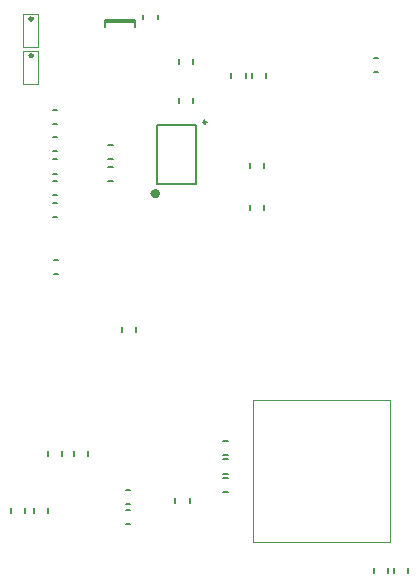
<source format=gbo>
%FSLAX25Y25*%
%MOIN*%
G70*
G01*
G75*
G04 Layer_Color=32896*
%ADD10R,0.05906X0.05118*%
%ADD11C,0.03937*%
%ADD12R,0.05118X0.05906*%
%ADD13R,0.10236X0.08661*%
%ADD14R,0.07874X0.04724*%
%ADD15R,0.12992X0.09843*%
%ADD16R,0.05118X0.06299*%
%ADD17R,0.05512X0.03543*%
%ADD18R,0.09843X0.07874*%
%ADD19R,0.09055X0.01969*%
%ADD20R,0.05512X0.16535*%
%ADD21O,0.08661X0.02362*%
%ADD22R,0.04331X0.02559*%
%ADD23O,0.00984X0.05906*%
%ADD24O,0.05906X0.00984*%
%ADD25R,0.02362X0.00984*%
%ADD26R,0.00984X0.02362*%
%ADD27R,0.02165X0.00984*%
%ADD28R,0.00984X0.02165*%
%ADD29R,0.05118X0.02165*%
%ADD30C,0.02000*%
%ADD31C,0.00800*%
%ADD32C,0.01969*%
%ADD33C,0.01200*%
%ADD34C,0.01000*%
%ADD35C,0.01181*%
%ADD36C,0.00787*%
%ADD37C,0.02362*%
G04:AMPARAMS|DCode=38|XSize=35.43mil|YSize=47.24mil|CornerRadius=0mil|HoleSize=0mil|Usage=FLASHONLY|Rotation=90.000|XOffset=0mil|YOffset=0mil|HoleType=Round|Shape=Octagon|*
%AMOCTAGOND38*
4,1,8,-0.02362,-0.00886,-0.02362,0.00886,-0.01476,0.01772,0.01476,0.01772,0.02362,0.00886,0.02362,-0.00886,0.01476,-0.01772,-0.01476,-0.01772,-0.02362,-0.00886,0.0*
%
%ADD38OCTAGOND38*%

G04:AMPARAMS|DCode=39|XSize=80mil|YSize=60mil|CornerRadius=0mil|HoleSize=0mil|Usage=FLASHONLY|Rotation=90.000|XOffset=0mil|YOffset=0mil|HoleType=Round|Shape=Octagon|*
%AMOCTAGOND39*
4,1,8,0.01500,0.04000,-0.01500,0.04000,-0.03000,0.02500,-0.03000,-0.02500,-0.01500,-0.04000,0.01500,-0.04000,0.03000,-0.02500,0.03000,0.02500,0.01500,0.04000,0.0*
%
%ADD39OCTAGOND39*%

G04:AMPARAMS|DCode=40|XSize=31.5mil|YSize=39.37mil|CornerRadius=0mil|HoleSize=0mil|Usage=FLASHONLY|Rotation=270.000|XOffset=0mil|YOffset=0mil|HoleType=Round|Shape=Octagon|*
%AMOCTAGOND40*
4,1,8,0.01969,0.00787,0.01969,-0.00787,0.01181,-0.01575,-0.01181,-0.01575,-0.01969,-0.00787,-0.01969,0.00787,-0.01181,0.01575,0.01181,0.01575,0.01969,0.00787,0.0*
%
%ADD40OCTAGOND40*%

G04:AMPARAMS|DCode=41|XSize=80mil|YSize=60mil|CornerRadius=0mil|HoleSize=0mil|Usage=FLASHONLY|Rotation=0.000|XOffset=0mil|YOffset=0mil|HoleType=Round|Shape=Octagon|*
%AMOCTAGOND41*
4,1,8,0.04000,-0.01500,0.04000,0.01500,0.02500,0.03000,-0.02500,0.03000,-0.04000,0.01500,-0.04000,-0.01500,-0.02500,-0.03000,0.02500,-0.03000,0.04000,-0.01500,0.0*
%
%ADD41OCTAGOND41*%

G04:AMPARAMS|DCode=42|XSize=100mil|YSize=60mil|CornerRadius=0mil|HoleSize=0mil|Usage=FLASHONLY|Rotation=270.000|XOffset=0mil|YOffset=0mil|HoleType=Round|Shape=Octagon|*
%AMOCTAGOND42*
4,1,8,-0.01500,-0.05000,0.01500,-0.05000,0.03000,-0.03500,0.03000,0.03500,0.01500,0.05000,-0.01500,0.05000,-0.03000,0.03500,-0.03000,-0.03500,-0.01500,-0.05000,0.0*
%
%ADD42OCTAGOND42*%

%ADD43O,0.06000X0.10000*%
%ADD44C,0.04724*%
%ADD45R,0.10630X0.06299*%
%ADD46R,0.06102X0.03937*%
%ADD47R,0.03150X0.05906*%
%ADD48R,0.05906X0.05906*%
%ADD49R,0.06890X0.02756*%
%ADD50R,0.05906X0.05118*%
%ADD51R,0.05512X0.03150*%
%ADD52R,0.09449X0.02913*%
%ADD53C,0.00984*%
%ADD54C,0.02362*%
%ADD55C,0.00394*%
%ADD56C,0.00827*%
%ADD57C,0.00600*%
%ADD58R,0.25984X0.07677*%
%ADD59R,0.06706X0.05918*%
%ADD60C,0.04737*%
%ADD61R,0.05918X0.06706*%
%ADD62R,0.11036X0.09461*%
%ADD63R,0.08674X0.05524*%
%ADD64R,0.13792X0.10642*%
%ADD65R,0.05918X0.07099*%
%ADD66R,0.06312X0.04343*%
%ADD67R,0.10642X0.08674*%
%ADD68R,0.09855X0.02769*%
%ADD69R,0.06312X0.17335*%
%ADD70O,0.09461X0.03162*%
%ADD71R,0.05131X0.03359*%
%ADD72O,0.01784X0.06706*%
%ADD73O,0.06706X0.01784*%
%ADD74R,0.03162X0.01784*%
%ADD75R,0.01784X0.03162*%
%ADD76R,0.02965X0.01784*%
%ADD77R,0.01784X0.02965*%
%ADD78R,0.05918X0.02965*%
%ADD79R,0.00800X0.00800*%
%ADD80C,0.03162*%
G04:AMPARAMS|DCode=81|XSize=43.43mil|YSize=55.24mil|CornerRadius=0mil|HoleSize=0mil|Usage=FLASHONLY|Rotation=90.000|XOffset=0mil|YOffset=0mil|HoleType=Round|Shape=Octagon|*
%AMOCTAGOND81*
4,1,8,-0.02762,-0.01086,-0.02762,0.01086,-0.01676,0.02172,0.01676,0.02172,0.02762,0.01086,0.02762,-0.01086,0.01676,-0.02172,-0.01676,-0.02172,-0.02762,-0.01086,0.0*
%
%ADD81OCTAGOND81*%

G04:AMPARAMS|DCode=82|XSize=88mil|YSize=68mil|CornerRadius=0mil|HoleSize=0mil|Usage=FLASHONLY|Rotation=90.000|XOffset=0mil|YOffset=0mil|HoleType=Round|Shape=Octagon|*
%AMOCTAGOND82*
4,1,8,0.01700,0.04400,-0.01700,0.04400,-0.03400,0.02700,-0.03400,-0.02700,-0.01700,-0.04400,0.01700,-0.04400,0.03400,-0.02700,0.03400,0.02700,0.01700,0.04400,0.0*
%
%ADD82OCTAGOND82*%

G04:AMPARAMS|DCode=83|XSize=39.5mil|YSize=47.37mil|CornerRadius=0mil|HoleSize=0mil|Usage=FLASHONLY|Rotation=270.000|XOffset=0mil|YOffset=0mil|HoleType=Round|Shape=Octagon|*
%AMOCTAGOND83*
4,1,8,0.02369,0.00987,0.02369,-0.00987,0.01381,-0.01975,-0.01381,-0.01975,-0.02369,-0.00987,-0.02369,0.00987,-0.01381,0.01975,0.01381,0.01975,0.02369,0.00987,0.0*
%
%ADD83OCTAGOND83*%

G04:AMPARAMS|DCode=84|XSize=88mil|YSize=68mil|CornerRadius=0mil|HoleSize=0mil|Usage=FLASHONLY|Rotation=0.000|XOffset=0mil|YOffset=0mil|HoleType=Round|Shape=Octagon|*
%AMOCTAGOND84*
4,1,8,0.04400,-0.01700,0.04400,0.01700,0.02700,0.03400,-0.02700,0.03400,-0.04400,0.01700,-0.04400,-0.01700,-0.02700,-0.03400,0.02700,-0.03400,0.04400,-0.01700,0.0*
%
%ADD84OCTAGOND84*%

G04:AMPARAMS|DCode=85|XSize=108mil|YSize=68mil|CornerRadius=0mil|HoleSize=0mil|Usage=FLASHONLY|Rotation=270.000|XOffset=0mil|YOffset=0mil|HoleType=Round|Shape=Octagon|*
%AMOCTAGOND85*
4,1,8,-0.01700,-0.05400,0.01700,-0.05400,0.03400,-0.03700,0.03400,0.03700,0.01700,0.05400,-0.01700,0.05400,-0.03400,0.03700,-0.03400,-0.03700,-0.01700,-0.05400,0.0*
%
%ADD85OCTAGOND85*%

%ADD86O,0.06800X0.10800*%
%ADD87R,0.00800X0.00800*%
%ADD88C,0.05524*%
%ADD89R,0.11430X0.07099*%
%ADD90R,0.06902X0.04737*%
%ADD91R,0.03950X0.06706*%
%ADD92R,0.06706X0.06706*%
%ADD93R,0.07690X0.03556*%
%ADD94R,0.06706X0.05918*%
%ADD95R,0.06312X0.03950*%
%ADD96R,0.10249X0.03713*%
%ADD97C,0.01575*%
D35*
X402362Y363779D02*
G03*
X402362Y363779I-394J0D01*
G01*
Y375984D02*
G03*
X402362Y375984I-394J0D01*
G01*
D36*
X444095Y375787D02*
Y377362D01*
X439370Y375787D02*
Y377362D01*
X465945Y218307D02*
X467520D01*
X465945Y223031D02*
X467520D01*
X465945Y230512D02*
X467520D01*
X465945Y235236D02*
X467520D01*
X465945Y224410D02*
X467520D01*
X465945Y229134D02*
X467520D01*
X516142Y358268D02*
X517717D01*
X516142Y362992D02*
X517717D01*
X426575Y373228D02*
Y375590D01*
X436417Y373228D02*
Y375590D01*
X426575D02*
X436417D01*
X426575Y374843D02*
X436417D01*
X400000Y211417D02*
Y212992D01*
X395276Y211417D02*
Y212992D01*
X520866Y191339D02*
Y192913D01*
X516142Y191339D02*
Y192913D01*
X527559Y191339D02*
Y192913D01*
X522835Y191339D02*
Y192913D01*
X437008Y271654D02*
Y273228D01*
X432283Y271654D02*
Y273228D01*
X479528Y312205D02*
Y313779D01*
X474803Y312205D02*
Y313779D01*
X479528Y326378D02*
Y327953D01*
X474803Y326378D02*
Y327953D01*
X433465Y218898D02*
X435039D01*
X433465Y214173D02*
X435039D01*
X433465Y212205D02*
X435039D01*
X433465Y207480D02*
X435039D01*
X407480Y230315D02*
Y231890D01*
X412205Y230315D02*
Y231890D01*
X407480Y211417D02*
Y212992D01*
X402756Y211417D02*
Y212992D01*
X416142Y230315D02*
Y231890D01*
X420866Y230315D02*
Y231890D01*
X455905Y361024D02*
Y362598D01*
X451181Y361024D02*
Y362598D01*
X455905Y348031D02*
Y349606D01*
X451181Y348031D02*
Y349606D01*
X473437Y356228D02*
Y357803D01*
X468713Y356228D02*
Y357803D01*
X475591Y356299D02*
Y357874D01*
X480315Y356299D02*
Y357874D01*
X409449Y290945D02*
X411024D01*
X409449Y295669D02*
X411024D01*
X450000Y214567D02*
Y216142D01*
X454724Y214567D02*
Y216142D01*
X446850Y320866D02*
X453937D01*
X446850Y340551D02*
X453937D01*
X427559Y326772D02*
X429134D01*
X427559Y322047D02*
X429134D01*
X427559Y333858D02*
X429134D01*
X427559Y329134D02*
X429134D01*
X409055Y329134D02*
X410630D01*
X409055Y324410D02*
X410630D01*
X409055Y336614D02*
X410630D01*
X409055Y331890D02*
X410630D01*
X409055Y340945D02*
X410630D01*
X409055Y345669D02*
X410630D01*
X409055Y314764D02*
X410630D01*
X409055Y310039D02*
X410630D01*
X409055Y322047D02*
X410630D01*
X409055Y317323D02*
X410630D01*
D53*
X460335Y341555D02*
G03*
X460335Y341555I-492J0D01*
G01*
D55*
X475787Y201772D02*
Y248819D01*
X521457Y201772D02*
Y248819D01*
X475787Y201772D02*
X521457D01*
X475787Y248819D02*
X521260D01*
X399213Y359842D02*
Y365354D01*
X404331D01*
Y359842D02*
Y365354D01*
Y354331D02*
Y359842D01*
X399213Y354331D02*
X404331D01*
X399213D02*
Y359842D01*
Y372047D02*
Y377559D01*
X404331D01*
Y372047D02*
Y377559D01*
Y366535D02*
Y372047D01*
X399213Y366535D02*
X404331D01*
X399213D02*
Y372047D01*
D56*
X453937Y320866D02*
X456894D01*
Y340551D01*
X453937D02*
X456894D01*
X443894D02*
X453937D01*
X443894Y320866D02*
Y340551D01*
Y320866D02*
X446850D01*
D97*
X444095Y317717D02*
G03*
X444095Y317717I-787J0D01*
G01*
M02*

</source>
